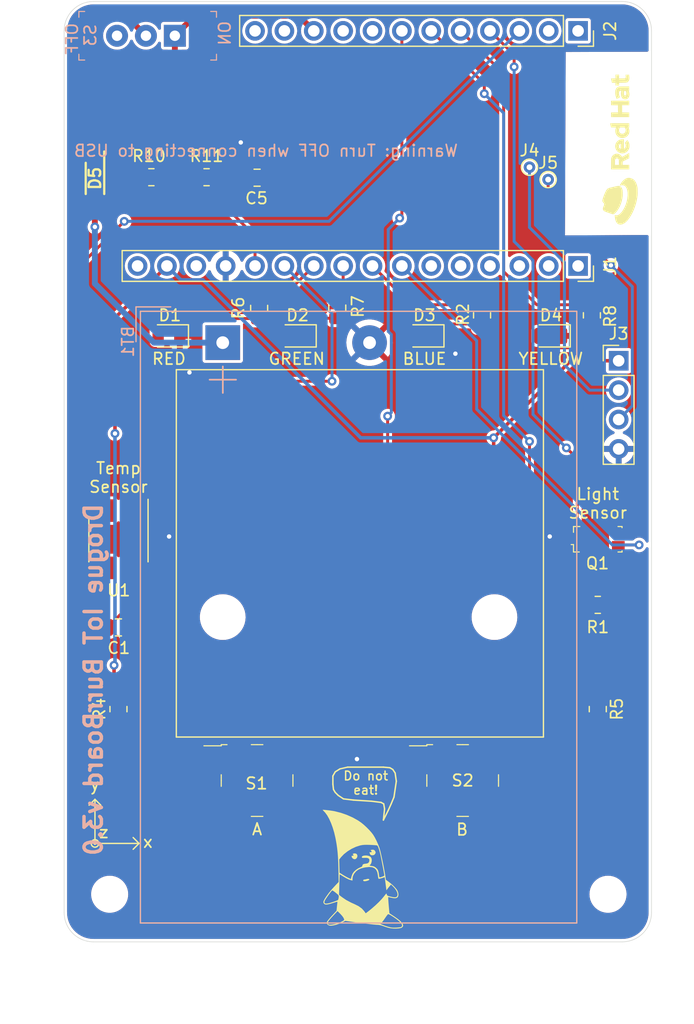
<source format=kicad_pcb>
(kicad_pcb (version 20211014) (generator pcbnew)
  (title_block (title "Drogue IoT BurrBoard") (date "2022-01-26") (rev "v3.0") (company "Red Hat") (comment 2 "https://apache.org/licenses/LICENSE-2.0") (comment 3 "License: Apache 2.0") (comment 4 "Author: Ulf Lilleengen"))
  (layers (0 "F.Cu" signal) (31 "B.Cu" signal) (34 "B.Paste" user) (35 "F.Paste" user) (36 "B.SilkS" user "B.Silkscreen") (37 "F.SilkS" user "F.Silkscreen") (38 "B.Mask" user) (39 "F.Mask" user) (44 "Edge.Cuts" user))
  (net 0 "")
  (net 1 "VDD")
  (net 2 "GND")
  (net 6 "/A1")
  (net 7 "/A0")
  (net 9 "/3V3")
  (net 11 "/F2")
  (net 12 "/F3")
  (net 13 "/VUSB")
  (net 17 "/F4")
  (net 28 "/A5")
  (net 29 "/A4")
  (net 30 "/A3")
  (net 31 "/A2")
  (net 32 "/F0")
  (net 33 "/F1")
  (net 35 "Net-(D1-Pad2)")
  (net 36 "Net-(D2-Pad2)")
  (net 37 "Net-(D3-Pad2)")
  (net 38 "Net-(D4-Pad2)")
  (net 40 "Net-(J3-Pad2)")
  (net 41 "Net-(J3-Pad3)")
  (net 42 "Net-(D5-Pad1)")
  (footprint "burrboard:Switch_Tactile_SMD_6x6mm_PTS645" (layer "F.Cu") (at 213.36 129.3622)
    (fp_text reference "S2" (at 0 0) (layer "F.SilkS"))
    (fp_text value "B")
    (pad "1" smd rect locked (at -3.975 -2.25) (size 1.55 1.3) (layers "F.Cu" "F.Paste" "F.Mask") (net 12 "/F3"))
    (pad "2" smd rect locked (at 3.975 -2.25) (size 1.55 1.3) (layers "F.Cu" "F.Paste" "F.Mask"))
    (pad "3" smd rect locked (at -3.975 2.25) (size 1.55 1.3) (layers "F.Cu" "F.Paste" "F.Mask"))
    (pad "4" smd rect locked (at 3.975 2.25) (size 1.55 1.3) (layers "F.Cu" "F.Paste" "F.Mask") (net 2 "GND"))
  )
  (footprint "burrboard:Phototransistor_SMD_4x2mm_TEMT6000X01" (layer "F.Cu") (at 225.044 108.5088 180)
    (fp_text reference "Q1" (at 0.0254 -2.0828) (layer "F.SilkS"))
    (fp_text value "TEMT6000X01")
    (pad "1" smd rect (at -1.775 0.55 180) (size 1.1 0.8) (layers "F.Cu" "F.Paste" "F.Mask"))
    (pad "2" smd rect (at -1.775 -0.55 180) (size 1.1 0.8) (layers "F.Cu" "F.Paste" "F.Mask") (net 28 "/A5"))
    (pad "3" smd rect (at 1.775 0 180) (size 1.1 0.8) (layers "F.Cu" "F.Paste" "F.Mask") (net 33 "/F1"))
  )
  (footprint "burrboard:Switch_Tactile_SMD_6x6mm_PTS645" (layer "F.Cu") (at 195.58 129.3622)
    (fp_text reference "S1" (at -0.0508 0.254) (layer "F.SilkS"))
    (fp_text value "A")
    (pad "1" smd rect locked (at -3.975 -2.25) (size 1.55 1.3) (layers "F.Cu" "F.Paste" "F.Mask") (net 17 "/F4"))
    (pad "2" smd rect locked (at 3.975 -2.25) (size 1.55 1.3) (layers "F.Cu" "F.Paste" "F.Mask"))
    (pad "3" smd rect locked (at -3.975 2.25) (size 1.55 1.3) (layers "F.Cu" "F.Paste" "F.Mask"))
    (pad "4" smd rect locked (at 3.975 2.25) (size 1.55 1.3) (layers "F.Cu" "F.Paste" "F.Mask") (net 2 "GND"))
  )
  (footprint "Connector_PinSocket_2.54mm:PinSocket_1x16_P2.54mm_Vertical" (layer "F.Cu") (at 223.3422 84.8868 -90)
    (fp_text reference "J1" (at 0 -2.77 90) (layer "F.SilkS"))
    (fp_text value "J1")
    (pad "1" thru_hole rect locked (at 0 0 270) (size 1.7 1.7) (drill 1) (layers *.Cu *.Mask))
    (pad "2" thru_hole oval locked (at 0 2.54 270) (size 1.7 1.7) (drill 1) (layers *.Cu *.Mask))
    (pad "3" thru_hole oval locked (at 0 5.08 270) (size 1.7 1.7) (drill 1) (layers *.Cu *.Mask))
    (pad "4" thru_hole oval locked (at 0 7.62 270) (size 1.7 1.7) (drill 1) (layers *.Cu *.Mask))
    (pad "5" thru_hole oval locked (at 0 10.16 270) (size 1.7 1.7) (drill 1) (layers *.Cu *.Mask))
    (pad "6" thru_hole oval locked (at 0 12.7 270) (size 1.7 1.7) (drill 1) (layers *.Cu *.Mask))
    (pad "7" thru_hole oval locked (at 0 15.24 270) (size 1.7 1.7) (drill 1) (layers *.Cu *.Mask) (net 28 "/A5"))
    (pad "8" thru_hole oval locked (at 0 17.78 270) (size 1.7 1.7) (drill 1) (layers *.Cu *.Mask) (net 29 "/A4"))
    (pad "9" thru_hole oval locked (at 0 20.32 270) (size 1.7 1.7) (drill 1) (layers *.Cu *.Mask) (net 30 "/A3"))
    (pad "10" thru_hole oval locked (at 0 22.86 270) (size 1.7 1.7) (drill 1) (layers *.Cu *.Mask) (net 31 "/A2"))
    (pad "11" thru_hole oval locked (at 0 25.4 270) (size 1.7 1.7) (drill 1) (layers *.Cu *.Mask) (net 6 "/A1"))
    (pad "12" thru_hole oval locked (at 0 27.94 270) (size 1.7 1.7) (drill 1) (layers *.Cu *.Mask) (net 7 "/A0"))
    (pad "13" thru_hole oval locked (at 0 30.48 270) (size 1.7 1.7) (drill 1) (layers *.Cu *.Mask) (net 2 "GND"))
    (pad "14" thru_hole oval locked (at 0 33.02 270) (size 1.7 1.7) (drill 1) (layers *.Cu *.Mask))
    (pad "15" thru_hole oval locked (at 0 35.56 270) (size 1.7 1.7) (drill 1) (layers *.Cu *.Mask) (net 9 "/3V3"))
    (pad "16" thru_hole oval locked (at 0 38.1 270) (size 1.7 1.7) (drill 1) (layers *.Cu *.Mask))
  )
  (footprint "Connector_PinSocket_2.54mm:PinSocket_1x12_P2.54mm_Vertical" (layer "F.Cu") (at 223.3422 64.5668 -90)
    (fp_text reference "J2" (at 0 -2.77 90) (layer "F.SilkS"))
    (fp_text value "J2")
    (pad "1" thru_hole rect locked (at 0 0 270) (size 1.7 1.7) (drill 1) (layers *.Cu *.Mask))
    (pad "2" thru_hole oval locked (at 0 2.54 270) (size 1.7 1.7) (drill 1) (layers *.Cu *.Mask))
    (pad "3" thru_hole oval locked (at 0 5.08 270) (size 1.7 1.7) (drill 1) (layers *.Cu *.Mask) (net 32 "/F0"))
    (pad "4" thru_hole oval locked (at 0 7.62 270) (size 1.7 1.7) (drill 1) (layers *.Cu *.Mask) (net 33 "/F1"))
    (pad "5" thru_hole oval locked (at 0 10.16 270) (size 1.7 1.7) (drill 1) (layers *.Cu *.Mask) (net 11 "/F2"))
    (pad "6" thru_hole oval locked (at 0 12.7 270) (size 1.7 1.7) (drill 1) (layers *.Cu *.Mask) (net 12 "/F3"))
    (pad "7" thru_hole oval locked (at 0 15.24 270) (size 1.7 1.7) (drill 1) (layers *.Cu *.Mask) (net 17 "/F4"))
    (pad "8" thru_hole oval locked (at 0 17.78 270) (size 1.7 1.7) (drill 1) (layers *.Cu *.Mask))
    (pad "9" thru_hole oval locked (at 0 20.32 270) (size 1.7 1.7) (drill 1) (layers *.Cu *.Mask))
    (pad "10" thru_hole oval locked (at 0 22.86 270) (size 1.7 1.7) (drill 1) (layers *.Cu *.Mask) (net 13 "/VUSB"))
    (pad "11" thru_hole oval locked (at 0 25.4 270) (size 1.7 1.7) (drill 1) (layers *.Cu *.Mask))
    (pad "12" thru_hole oval locked (at 0 27.94 270) (size 1.7 1.7) (drill 1) (layers *.Cu *.Mask))
  )
  (footprint "LED_SMD:LED_0805_2012Metric" (layer "F.Cu") (at 199.009 90.932 180)
    (fp_text reference "D2" (at -0.0762 1.778 180) (layer "F.SilkS"))
    (fp_text value "GREEN")
    (pad "1" smd roundrect locked (at -0.9375 0 180) (size 0.975 1.4) (layers "F.Cu" "F.Paste" "F.Mask") (net 2 "GND"))
    (pad "2" smd roundrect locked (at 0.9375 0 180) (size 0.975 1.4) (layers "F.Cu" "F.Paste" "F.Mask") (net 36 "Net-(D2-Pad2)"))
  )
  (footprint "LED_SMD:LED_0805_2012Metric" (layer "F.Cu") (at 220.98 90.932 180)
    (fp_text reference "D4" (at -0.0254 1.778 180) (layer "F.SilkS"))
    (fp_text value "YELLOW")
    (pad "1" smd roundrect locked (at -0.9375 0 180) (size 0.975 1.4) (layers "F.Cu" "F.Paste" "F.Mask") (net 2 "GND"))
    (pad "2" smd roundrect locked (at 0.9375 0 180) (size 0.975 1.4) (layers "F.Cu" "F.Paste" "F.Mask") (net 38 "Net-(D4-Pad2)"))
  )
  (footprint "Resistor_SMD:R_0805_2012Metric" (layer "F.Cu") (at 183.5912 123.19 90)
    (fp_text reference "R4" (at 0 -1.65 90) (layer "F.SilkS"))
    (fp_text value "10k")
    (pad "1" smd roundrect locked (at -0.9125 0 90) (size 1.025 1.4) (layers "F.Cu" "F.Paste" "F.Mask") (roundrect_rratio 0.243902439) (net 17 "/F4"))
    (pad "2" smd roundrect locked (at 0.9125 0 90) (size 1.025 1.4) (layers "F.Cu" "F.Paste" "F.Mask") (roundrect_rratio 0.243902439) (net 9 "/3V3"))
  )
  (footprint "Resistor_SMD:R_0805_2012Metric" (layer "F.Cu") (at 224.536 89.154 90)
    (fp_text reference "R8" (at -0.0762 1.5748 90) (layer "F.SilkS"))
    (fp_text value "1.5k")
    (pad "1" smd roundrect locked (at -0.9125 0 90) (size 1.025 1.4) (layers "F.Cu" "F.Paste" "F.Mask") (roundrect_rratio 0.243902439) (net 38 "Net-(D4-Pad2)"))
    (pad "2" smd roundrect locked (at 0.9125 0 90) (size 1.025 1.4) (layers "F.Cu" "F.Paste" "F.Mask") (roundrect_rratio 0.243902439) (net 11 "/F2"))
  )
  (footprint "burrboard:redhat" (layer "F.Cu") (at 226.97 74.83 90)
    (fp_text reference "G***" hide)
    (fp_text value "LOGO" hide)
  )
  (footprint "Resistor_SMD:R_0805_2012Metric" (layer "F.Cu") (at 202.5142 88.4936 90)
    (fp_text reference "R7" (at 0.1016 1.778 90) (layer "F.SilkS"))
    (fp_text value "1.5k")
    (pad "1" smd roundrect locked (at -0.9125 0 90) (size 1.025 1.4) (layers "F.Cu" "F.Paste" "F.Mask") (roundrect_rratio 0.243902439) (net 36 "Net-(D2-Pad2)"))
    (pad "2" smd roundrect locked (at 0.9125 0 90) (size 1.025 1.4) (layers "F.Cu" "F.Paste" "F.Mask") (roundrect_rratio 0.243902439) (net 30 "/A3"))
  )
  (footprint "Resistor_SMD:R_0805_2012Metric" (layer "F.Cu") (at 225.044 114.18 180)
    (fp_text reference "R1" (at 0 -1.9304) (layer "F.SilkS"))
    (fp_text value "10k")
    (pad "1" smd roundrect locked (at -0.9125 0 180) (size 1.025 1.4) (layers "F.Cu" "F.Paste" "F.Mask") (roundrect_rratio 0.243902439) (net 28 "/A5"))
    (pad "2" smd roundrect locked (at 0.9125 0 180) (size 1.025 1.4) (layers "F.Cu" "F.Paste" "F.Mask") (roundrect_rratio 0.243902439) (net 2 "GND"))
  )
  (footprint "Resistor_SMD:R_0805_2012Metric" (layer "F.Cu") (at 225.044 123.19 -90)
    (fp_text reference "R5" (at 0 -1.65 90) (layer "F.SilkS"))
    (fp_text value "10k")
    (pad "1" smd roundrect locked (at -0.9125 0 270) (size 1.025 1.4) (layers "F.Cu" "F.Paste" "F.Mask") (roundrect_rratio 0.243902439) (net 12 "/F3"))
    (pad "2" smd roundrect locked (at 0.9125 0 270) (size 1.025 1.4) (layers "F.Cu" "F.Paste" "F.Mask") (roundrect_rratio 0.243902439) (net 9 "/3V3"))
  )
  (footprint "Package_SO:SOIC-8_3.9x4.9mm_P1.27mm" (layer "F.Cu") (at 183.5912 108.5088 -90)
    (fp_text reference "U1" (at 4.4196 -0.0254) (layer "F.SilkS"))
    (fp_text value "TMP36")
    (pad "1" smd roundrect locked (at -2.475 -1.905 270) (size 1.95 0.6) (layers "F.Cu" "F.Paste" "F.Mask") (net 6 "/A1"))
    (pad "2" smd roundrect locked (at -2.475 -0.635 270) (size 1.95 0.6) (layers "F.Cu" "F.Paste" "F.Mask"))
    (pad "3" smd roundrect locked (at -2.475 0.635 270) (size 1.95 0.6) (layers "F.Cu" "F.Paste" "F.Mask"))
    (pad "4" smd roundrect locked (at -2.475 1.905 270) (size 1.95 0.6) (layers "F.Cu" "F.Paste" "F.Mask") (net 2 "GND"))
    (pad "5" smd roundrect locked (at 2.475 1.905 270) (size 1.95 0.6) (layers "F.Cu" "F.Paste" "F.Mask") (net 32 "/F0"))
    (pad "6" smd roundrect locked (at 2.475 0.635 270) (size 1.95 0.6) (layers "F.Cu" "F.Paste" "F.Mask"))
    (pad "7" smd roundrect locked (at 2.475 -0.635 270) (size 1.95 0.6) (layers "F.Cu" "F.Paste" "F.Mask"))
    (pad "8" smd roundrect locked (at 2.475 -1.905 270) (size 1.95 0.6) (layers "F.Cu" "F.Paste" "F.Mask") (net 32 "/F0"))
  )
  (footprint "Capacitor_SMD:C_0805_2012Metric" (layer "F.Cu") (at 183.5912 116.1288)
    (fp_text reference "C1" (at 0.0293 1.778) (layer "F.SilkS"))
    (fp_text value "100n")
    (pad "1" smd roundrect locked (at -0.95 0) (size 1 1.45) (layers "F.Cu" "F.Paste" "F.Mask") (net 32 "/F0"))
    (pad "2" smd roundrect locked (at 0.95 0) (size 1 1.45) (layers "F.Cu" "F.Paste" "F.Mask") (net 2 "GND"))
  )
  (footprint "Resistor_SMD:R_0805_2012Metric" (layer "F.Cu") (at 195.7578 88.519 90)
    (fp_text reference "R6" (at 0 -1.8053 90) (layer "F.SilkS"))
    (fp_text value "1.5k")
    (pad "1" smd roundrect locked (at -0.9125 0 90) (size 1.025 1.4) (layers "F.Cu" "F.Paste" "F.Mask") (roundrect_rratio 0.243902439) (net 35 "Net-(D1-Pad2)"))
    (pad "2" smd roundrect locked (at 0.9125 0 90) (size 1.025 1.4) (layers "F.Cu" "F.Paste" "F.Mask") (roundrect_rratio 0.243902439) (net 31 "/A2"))
  )
  (footprint "LED_SMD:LED_0805_2012Metric" (layer "F.Cu") (at 187.96 90.932 180)
    (fp_text reference "D1" (at -0.0762 1.778 180) (layer "F.SilkS"))
    (fp_text value "RED")
    (pad "1" smd roundrect locked (at -0.9375 0 180) (size 0.975 1.4) (layers "F.Cu" "F.Paste" "F.Mask") (net 2 "GND"))
    (pad "2" smd roundrect locked (at 0.9375 0 180) (size 0.975 1.4) (layers "F.Cu" "F.Paste" "F.Mask") (net 35 "Net-(D1-Pad2)"))
  )
  (footprint "Resistor_SMD:R_0805_2012Metric" (layer "F.Cu") (at 215.0364 89.154 90)
    (fp_text reference "R2" (at 0.0762 -1.65 90) (layer "F.SilkS"))
    (fp_text value "1.5k")
    (pad "1" smd roundrect locked (at -0.9125 0 90) (size 1.025 1.4) (layers "F.Cu" "F.Paste" "F.Mask") (roundrect_rratio 0.243902439) (net 37 "Net-(D3-Pad2)"))
    (pad "2" smd roundrect locked (at 0.9125 0 90) (size 1.025 1.4) (layers "F.Cu" "F.Paste" "F.Mask") (roundrect_rratio 0.243902439) (net 29 "/A4"))
  )
  (footprint "LED_SMD:LED_0805_2012Metric" (layer "F.Cu") (at 210.058 90.932 180)
    (fp_text reference "D3" (at 0 1.778 180) (layer "F.SilkS"))
    (fp_text value "BLUE")
    (pad "1" smd roundrect locked (at -0.9375 0 180) (size 0.975 1.4) (layers "F.Cu" "F.Paste" "F.Mask") (net 2 "GND"))
    (pad "2" smd roundrect locked (at 0.9375 0 180) (size 0.975 1.4) (layers "F.Cu" "F.Paste" "F.Mask") (net 37 "Net-(D3-Pad2)"))
  )
  (footprint "Resistor_SMD:R_0805_2012Metric" (layer "F.Cu") (at 191.2112 77.216 180)
    (fp_text reference "R11" (at 0 1.8288) (layer "F.SilkS"))
    (fp_text value "1.3M")
    (pad "1" smd roundrect locked (at -0.9125 0 180) (size 1.025 1.4) (layers "F.Cu" "F.Paste" "F.Mask") (roundrect_rratio 0.243902439) (net 2 "GND"))
    (pad "2" smd roundrect locked (at 0.9125 0 180) (size 1.025 1.4) (layers "F.Cu" "F.Paste" "F.Mask") (roundrect_rratio 0.243902439) (net 7 "/A0"))
  )
  (footprint "schottky2:SOD3716X135N" (layer "F.Cu") (at 181.56 77.32 -90)
    (fp_text reference "D5" (at 0 0 -90) (layer "F.SilkS") (effects (font (thickness 0.2))))
    (fp_text value "NRVB0540T3G" hide)
    (pad "1" smd rect (at -1.75 0) (size 0.8 1.15) (layers "F.Cu" "F.Paste" "F.Mask") (net 42 "Net-(D5-Pad1)"))
    (pad "2" smd rect (at 1.75 0) (size 0.8 1.15) (layers "F.Cu" "F.Paste" "F.Mask") (net 1 "VDD"))
  )
  (footprint "TestPoint:TestPoint_THTPad_D1.0mm_Drill0.5mm" (layer "F.Cu") (at 220.7514 77.4192)
    (fp_text reference "J5" (at 0 -1.448) (layer "F.SilkS"))
    (fp_text value "SWDIO")
    (pad "1" thru_hole circle locked (at 0 0) (size 1 1) (drill 0.5) (layers *.Cu *.Mask) (net 41 "Net-(J3-Pad3)"))
  )
  (footprint "Resistor_SMD:R_0805_2012Metric" (layer "F.Cu") (at 186.436 77.216)
    (fp_text reference "R10" (at -0.2032 -1.8288) (layer "F.SilkS"))
    (fp_text value "800k")
    (pad "1" smd roundrect locked (at -0.9125 0) (size 1.025 1.4) (layers "F.Cu" "F.Paste" "F.Mask") (roundrect_rratio 0.243902439) (net 7 "/A0"))
    (pad "2" smd roundrect locked (at 0.9125 0) (size 1.025 1.4) (layers "F.Cu" "F.Paste" "F.Mask") (roundrect_rratio 0.243902439) (net 13 "/VUSB"))
  )
  (footprint "Capacitor_SMD:C_0805_2012Metric" (layer "F.Cu") (at 195.58 77.26)
    (fp_text reference "C5" (at -0.0508 1.778) (layer "F.SilkS"))
    (fp_text value "10nF")
    (pad "1" smd roundrect locked (at -0.95 0) (size 1 1.45) (layers "F.Cu" "F.Paste" "F.Mask") (net 7 "/A0"))
    (pad "2" smd roundrect locked (at 0.95 0) (size 1 1.45) (layers "F.Cu" "F.Paste" "F.Mask") (net 2 "GND"))
  )
  (footprint "MountingHole:MountingHole_2.7mm_M2.5" (layer "F.Cu") (at 182.83 139.192)
    (fp_text reference "REF**" hide)
    (fp_text value "MountingHole_2.7mm_M2.5")
    (pad "" np_thru_hole circle locked (at 0 0) (size 2.7 2.7) (drill 2.7) (layers *.Cu *.Mask))
  )
  (footprint "Connector_PinHeader_2.54mm:PinHeader_1x04_P2.54mm_Vertical" (layer "F.Cu") (at 226.85 93.08)
    (fp_text reference "J3" (at 0 -2.33) (layer "F.SilkS"))
    (fp_text value "SWD")
    (pad "1" thru_hole rect locked (at 0 0) (size 1.7 1.7) (drill 1) (layers *.Cu *.Mask) (net 9 "/3V3"))
    (pad "2" thru_hole oval locked (at 0 2.54) (size 1.7 1.7) (drill 1) (layers *.Cu *.Mask) (net 40 "Net-(J3-Pad2)"))
    (pad "3" thru_hole oval locked (at 0 5.08) (size 1.7 1.7) (drill 1) (layers *.Cu *.Mask) (net 41 "Net-(J3-Pad3)"))
    (pad "4" thru_hole oval locked (at 0 7.62) (size 1.7 1.7) (drill 1) (layers *.Cu *.Mask) (net 2 "GND"))
  )
  (footprint "MountingHole:MountingHole_2.7mm_M2.5" (layer "F.Cu") (at 225.93 139.192)
    (fp_text reference "REF**" hide)
    (fp_text value "MountingHole_2.7mm_M2.5")
    (pad "" np_thru_hole circle locked (at 0 0) (size 2.7 2.7) (drill 2.7) (layers *.Cu *.Mask))
  )
  (footprint "burrboard:rodney" (layer "F.Cu") (at 204.6672 137.084)
    (fp_text reference "" hide)
    (fp_text value "LOGO" hide)
  )
  (footprint "TestPoint:TestPoint_THTPad_D1.0mm_Drill0.5mm" (layer "F.Cu") (at 219.1385 76.3524)
    (fp_text reference "J4" (at 0 -1.448) (layer "F.SilkS"))
    (fp_text value "SWDCLK")
    (pad "1" thru_hole circle locked (at 0 0) (size 1 1) (drill 0.5) (layers *.Cu *.Mask) (net 40 "Net-(J3-Pad2)"))
  )
  (footprint "Battery:BatteryHolder_Keystone_2479_3xAAA" (layer "B.Cu") (at 192.6082 91.5162 -90)
    (fp_text reference "BT1" (at -0.09 8.195 90) (layer "B.SilkS") (effects (justify mirror)))
    (fp_text value "Battery")
    (fp_text user "+" (at 3.2004 0.2286 90) (layer "B.SilkS") (effects (font (size 3 3)) (justify mirror)))
    (pad "" np_thru_hole circle locked (at 23.72 -23.5 270) (size 3.45 3.45) (drill 3.45) (layers *.Cu *.Mask))
    (pad "" np_thru_hole circle locked (at 23.72 0 270) (size 3.45 3.45) (drill 3.45) (layers *.Cu *.Mask))
    (pad "1" thru_hole rect locked (at 0 0 270) (size 3 3) (drill 1.1) (layers *.Cu *.Mask) (net 1 "VDD"))
    (pad "2" thru_hole circle locked (at 0 -12.7 270) (size 3 3) (drill 1.1) (layers *.Cu *.Mask) (net 2 "GND"))
  )
  (footprint "burrboard:Switch_Slide_11.6x4mm_EG1218" (layer "B.Cu") (at 188.468 64.99 180)
    (fp_text reference "S3" (at 7.3076 0.0508 90) (layer "B.SilkS") (effects (justify mirror)))
    (fp_text value "EG1218")
    (pad "1" thru_hole rect (at 0 0 180) (size 1.9 1.9) (drill 0.9) (layers *.Cu *.Mask) (net 13 "/VUSB"))
    (pad "2" thru_hole circle (at 2.5 0 180) (size 1.9 1.9) (drill 0.9) (layers *.Cu *.Mask) (net 42 "Net-(D5-Pad1)"))
    (pad "3" thru_hole circle (at 5 0 180) (size 1.9 1.9) (drill 0.9) (layers *.Cu *.Mask))
  )
  (gr_line (start 207.52 128.713) (end 207.6216 129.4242) (layer "F.SilkS") (width 0.127))
  (gr_line (start 220.345 125.603) (end 188.595 125.603) (layer "F.SilkS") (width 0.12))
  (gr_line (start 205.488 131.1514) (end 203.9132 131.0498) (layer "F.SilkS") (width 0.127))
  (gr_line (start 202.1352 128.967) (end 202.3384 128.6114) (layer "F.SilkS") (width 0.127))
  (gr_line (start 203.4052 128.205) (end 206.504 128.205) (layer "F.SilkS") (width 0.127))
  (gr_line (start 202.3384 130.3894) (end 202.186 130.1354) (layer "F.SilkS") (width 0.127))
  (gr_line (start 181.5592 130.9878) (end 182.0672 131.4958) (layer "F.SilkS") (width 0.12))
  (gr_line (start 207.6216 129.4242) (end 207.4184 130.7958) (layer "F.SilkS") (width 0.127))
  (gr_line (start 188.595 125.603) (end 188.595 93.853) (layer "F.SilkS") (width 0.12))
  (gr_line (start 206.504 132.777) (end 206.9104 131.9642) (layer "F.SilkS") (width 0.127))
  (gr_line (start 202.1352 129.6782) (end 202.1352 128.967) (layer "F.SilkS") (width 0.127))
  (gr_line (start 206.504 128.205) (end 207.0628 128.2558) (layer "F.SilkS") (width 0.127))
  (gr_line (start 206.3008 131.253) (end 205.488 131.1514) (layer "F.SilkS") (width 0.127))
  (gr_line (start 203.9132 131.0498) (end 203.0496 130.9482) (layer "F.SilkS") (width 0.127))
  (gr_line (start 202.5924 130.6434) (end 202.3384 130.3894) (layer "F.SilkS") (width 0.127))
  (gr_circle (center 181.5592 134.7978) (end 181.61 134.8486) (layer "F.SilkS") (width 0.12) (fill none))
  (gr_line (start 207.0628 128.2558) (end 207.3168 128.4082) (layer "F.SilkS") (width 0.127))
  (gr_line (start 181.5592 130.9878) (end 181.5592 134.7978) (layer "F.SilkS") (width 0.12))
  (gr_line (start 206.5294 131.38) (end 206.3008 131.253) (layer "F.SilkS") (width 0.127))
  (gr_line (start 206.504 132.777) (end 206.6056 131.8118) (layer "F.SilkS") (width 0.127))
  (gr_line (start 185.3692 134.7978) (end 184.8612 135.3058) (layer "F.SilkS") (width 0.12))
  (gr_line (start 188.595 93.853) (end 220.345 93.853) (layer "F.SilkS") (width 0.12))
  (gr_circle (center 181.5592 134.7978) (end 181.884479 134.7978) (layer "F.SilkS") (width 0.12) (fill none))
  (gr_line (start 203.0496 130.9482) (end 202.5924 130.6434) (layer "F.SilkS") (width 0.127))
  (gr_line (start 206.6056 131.8118) (end 206.5294 131.38) (layer "F.SilkS") (width 0.127))
  (gr_line (start 207.3168 128.4082) (end 207.52 128.713) (layer "F.SilkS") (width 0.127))
  (gr_line (start 185.3692 134.7978) (end 181.5592 134.7978) (layer "F.SilkS") (width 0.12))
  (gr_line (start 202.7448 128.3574) (end 203.4052 128.205) (layer "F.SilkS") (width 0.12))
  (gr_line (start 207.4184 130.7958) (end 207.1644 131.4054) (layer "F.SilkS") (width 0.127))
  (gr_line (start 202.186 130.1354) (end 202.1352 129.6782) (layer "F.SilkS") (width 0.127))
  (gr_line (start 220.345 93.853) (end 220.345 125.603) (layer "F.SilkS") (width 0.12))
  (gr_line (start 181.5592 130.9878) (end 181.0512 131.4958) (layer "F.SilkS") (width 0.12))
  (gr_line (start 202.3384 128.6114) (end 202.7448 128.3574) (layer "F.SilkS") (width 0.127))
  (gr_line (start 207.1644 131.4054) (end 206.9104 131.9642) (layer "F.SilkS") (width 0.127))
  (gr_line (start 185.3692 134.7978) (end 184.8612 134.2898) (layer "F.SilkS") (width 0.12))
  (gr_line (start 178.8922 64.5668) (end 178.8922 140.7668) (layer "Edge.Cuts") (width 0.05))
  (gr_arc (start 227.1522 62.0268) (mid 228.948251 62.770749) (end 229.6922 64.5668) (layer "Edge.Cuts") (width 0.05))
  (gr_line (start 181.4322 143.3068) (end 227.1522 143.3068) (layer "Edge.Cuts") (width 0.05))
  (gr_arc (start 229.6922 140.7668) (mid 228.948251 142.562851) (end 227.1522 143.3068) (layer "Edge.Cuts") (width 0.05))
  (gr_line (start 227.1522 62.0268) (end 181.4322 62.0268) (layer "Edge.Cuts") (width 0.05))
  (gr_arc (start 181.4322 143.3068) (mid 179.636149 142.562851) (end 178.8922 140.7668) (layer "Edge.Cuts") (width 0.05))
  (gr_arc (start 178.8922 64.5668) (mid 179.636149 62.770749) (end 181.4322 62.0268) (layer "Edge.Cuts") (width 0.05))
  (gr_line (start 229.6922 140.7668) (end 229.6922 64.5668) (layer "Edge.Cuts") (width 0.05))
  (gr_text "ON" (at 192.786 64.77 90) (layer "B.SilkS") (effects (font (size 1 1)) (justify mirror)))
  (gr_text "Warning: Turn OFF when connecting to USB" (at 196.342 74.93) (layer "B.SilkS") (effects (font (size 1 1)) (justify mirror)))
  (gr_text "Drogue IoT BurrBoard v3.0\n" (at 181.4322 120.65 90) (layer "B.SilkS") (effects (font (size 1.5 1.5) (thickness 0.3)) (justify mirror)))
  (gr_text "OFF" (at 179.578 65.278 90) (layer "B.SilkS") (effects (font (size 1 1)) (justify mirror)))
  (gr_text "Light\nSensor" (at 225.044 105.41) (layer "F.SilkS") (effects (font (size 1 1))))
  (gr_text "A" (at 195.58 133.5786) (layer "F.SilkS") (effects (font (size 1 1))))
  (gr_text "RED" (at 187.96 92.9132) (layer "F.SilkS") (effects (font (size 1 1))))
  (gr_text "Do not\neat!" (at 204.98 129.5766) (layer "F.SilkS") (effects (font (size 0.762 0.762) (thickness 0.127))))
  (gr_text "B" (at 213.3092 133.604) (layer "F.SilkS") (effects (font (size 1 1))))
  (gr_text "GREEN" (at 199.009 92.9132) (layer "F.SilkS") (effects (font (size 1 1))))
  (gr_text "YELLOW" (at 220.98 92.9132) (layer "F.SilkS") (effects (font (size 1 1))))
  (gr_text "Temp\nSensor" (at 183.5912 103.1748) (layer "F.SilkS") (effects (font (size 1 1))))
  (gr_text "BLUE" (at 210.058 92.9132) (layer "F.SilkS") (effects (font (size 1 1))))
  (gr_text "x" (at 186.1312 134.6708) (layer "F.SilkS") (effects (font (size 1 1))))
  (gr_text "y" (at 181.5592 129.7178) (layer "F.SilkS") (effects (font (size 1 1))))
  (gr_text "z" (at 182.3212 133.8326) (layer "F.SilkS") (effects (font (size 1 1))))
  (segment (start 181.55 79.08) (end 181.56 79.07) (width 0.508) (layer "F.Cu") (net 1))
  (segment (start 181.55 81.51) (end 181.55 79.08) (width 0.508) (layer "F.Cu") (net 1))
  (via (at 181.55 81.51) (size 0.762) (drill 0.381) (layers "F.Cu" "B.Cu") (net 1))
  (segment (start 181.55 86.41) (end 181.55 81.51) (width 0.508) (layer "B.Cu") (net 1))
  (segment (start 186.6562 91.5162) (end 181.57 86.43) (width 0.508) (layer "B.Cu") (net 1))
  (segment (start 192.6082 91.5162) (end 186.6562 91.5162) (width 0.508) (layer "B.Cu") (net 1))
  (segment (start 181.57 86.43) (end 181.55 86.41) (width 0.508) (layer "B.Cu") (net 1))
  (via (at 220.89 108.27) (size 0.762) (drill 0.381) (layers "F.Cu" "B.Cu") (net 2))
  (via (at 194.17 74.21) (size 0.762) (drill 0.381) (layers "F.Cu" "B.Cu") (net 2))
  (via (at 204.216 127.508) (size 0.762) (drill 0.381) (layers "F.Cu" "B.Cu") (net 2))
  (via (at 212.73 92.47) (size 0.762) (drill 0.381) (layers "F.Cu" "B.Cu") (net 2))
  (via (at 189.73 94.09) (size 0.762) (drill 0.381) (layers "F.Cu" "B.Cu") (net 2))
  (via (at 187.97 108.27) (size 0.762) (drill 0.381) (layers "F.Cu" "B.Cu") (net 2))
  (segment (start 202.06 94.85) (end 196.68 94.85) (width 0.254) (layer "F.Cu") (net 6))
  (segment (start 196.68 94.85) (end 185.4962 106.0338) (width 0.254) (layer "F.Cu") (net 6))
  (via (at 202.06 94.85) (size 0.762) (drill 0.381) (layers "F.Cu" "B.Cu") (net 6))
  (segment (start 197.9422 84.8868) (end 202.06 89.0046) (width 0.254) (layer "B.Cu") (net 6))
  (segment (start 202.06 89.0046) (end 202.06 94.85) (width 0.254) (layer "B.Cu") (net 6))
  (segment (start 190.2987 77.216) (end 189.26898 78.24572) (width 0.254) (layer "F.Cu") (net 7))
  (segment (start 186.55322 78.24572) (end 185.5235 77.216) (width 0.254) (layer "F.Cu") (net 7))
  (segment (start 195.4022 82.3195) (end 190.2987 77.216) (width 0.254) (layer "F.Cu") (net 7))
  (segment (start 191.5847 75.93) (end 193.3 75.93) (width 0.254) (layer "F.Cu") (net 7))
  (segment (start 189.26898 78.24572) (end 186.55322 78.24572) (width 0.254) (layer "F.Cu") (net 7))
  (segment (start 193.3 75.93) (end 194.63 77.26) (width 0.254) (layer "F.Cu") (net 7))
  (segment (start 195.4022 84.8868) (end 195.4022 82.3195) (width 0.254) (layer "F.Cu") (net 7))
  (segment (start 190.2987 77.216) (end 191.5847 75.93) (width 0.254) (layer "F.Cu") (net 7))
  (segment (start 211.66 106.13) (end 216.04 101.75) (width 0.3048) (layer "F.Cu") (net 9))
  (segment (start 225.044 124.1025) (end 219.0425 124.1025) (width 0.3048) (layer "F.Cu") (net 9))
  (segment (start 216.04 99.74) (end 222.7 93.08) (width 0.3048) (layer "F.Cu") (net 9))
  (segment (start 183.21 119.4) (end 183.21 121.8963) (width 0.3048) (layer "F.Cu") (net 9))
  (segment (start 183.29 89.379) (end 183.29 99.37) (width 0.3048) (layer "F.Cu") (net 9))
  (segment (start 222.7 93.08) (end 226.85 93.08) (width 0.3048) (layer "F.Cu") (net 9))
  (segment (start 211.66 116.72) (end 211.66 106.13) (width 0.3048) (layer "F.Cu") (net 9))
  (segment (start 219.0425 124.1025) (end 211.66 116.72) (width 0.3048) (layer "F.Cu") (net 9))
  (segment (start 187.7822 84.8868) (end 183.29 89.379) (width 0.3048) (layer "F.Cu") (net 9))
  (segment (start 183.21 121.8963) (end 183.5912 122.2775) (width 0.3048) (layer "F.Cu") (net 9))
  (segment (start 216.04 101.75) (end 216.04 99.74) (width 0.3048) (layer "F.Cu") (net 9))
  (via (at 183.29 99.37) (size 0.762) (drill 0.381) (layers "F.Cu" "B.Cu") (net 9))
  (via (at 216.04 99.74) (size 0.762) (drill 0.381) (layers "F.Cu" "B.Cu") (net 9))
  (via (at 183.21 119.4) (size 0.762) (drill 0.381) (layers "F.Cu" "B.Cu") (net 9))
  (segment (start 183.29 119.32) (end 183.21 119.4) (width 0.3048) (layer "B.Cu") (net 9))
  (segment (start 188.987311 86.091911) (end 190.894133 86.091911) (width 0.3048) (layer "B.Cu") (net 9))
  (segment (start 190.894133 86.091911) (end 204.542222 99.74) (width 0.3048) (layer "B.Cu") (net 9))
  (segment (start 187.7822 84.8868) (end 188.987311 86.091911) (width 0.3048) (layer "B.Cu") (net 9))
  (segment (start 183.29 99.37) (end 183.29 119.32) (width 0.3048) (layer "B.Cu") (net 9))
  (segment (start 204.542222 99.74) (end 216.04 99.74) (width 0.3048) (layer "B.Cu") (net 9))
  (segment (start 224.536 88.2415) (end 219.767958 88.2415) (width 0.254) (layer "F.Cu") (net 11))
  (segment (start 219.767958 88.2415) (end 216.901911 85.375453) (width 0.254) (layer "F.Cu") (net 11))
  (segment (start 216.901911 68.286511) (end 213.1822 64.5668) (width 0.254) (layer "F.Cu") (net 11))
  (segment (start 216.901911 85.375453) (end 216.901911 68.286511) (width 0.254) (layer "F.Cu") (net 11))
  (segment (start 226.07372 124.64628) (end 222.59 128.13) (width 0.254) (layer "F.Cu") (net 12))
  (segment (start 210.4028 128.13) (end 209.385 127.1122) (width 0.254) (layer "F.Cu") (net 12))
  (segment (start 210.6422 64.5668) (end 215.23 69.1546) (width 0.254) (layer "F.Cu") (net 12))
  (segment (start 222.59 128.13) (end 210.4028 128.13) (width 0.254) (layer "F.Cu") (net 12))
  (segment (start 219.14 100.05) (end 219.14 116.3735) (width 0.254) (layer "F.Cu") (net 12))
  (segment (start 215.23 69.1546) (end 215.23 70) (width 0.254) (layer "F.Cu") (net 12))
  (segment (start 226.07372 123.30722) (end 226.07372 124.64628) (width 0.254) (layer "F.Cu") (net 12))
  (segment (start 219.14 116.3735) (end 225.044 122.2775) (width 0.254) (layer "F.Cu") (net 12))
  (segment (start 225.044 122.2775) (end 226.07372 123.30722) (width 0.254) (layer "F.Cu") (net 12))
  (via (at 219.14 100.05) (size 0.762) (drill 0.381) (layers "F.Cu" "B.Cu") (net 12))
  (via (at 215.23 70) (size 0.762) (drill 0.381) (layers "F.Cu" "B.Cu") (net 12))
  (segment (start 216.901911 71.671911) (end 216.901911 97.811911) (width 0.254) (layer "B.Cu") (net 12))
  (segment (start 215.23 70) (end 216.901911 71.671911) (width 0.254) (layer "B.Cu") (net 12))
  (segment (start 216.901911 97.811911) (end 219.14 100.05) (width 0.254) (layer "B.Cu") (net 12))
  (segment (start 188.468 76.0965) (end 187.3485 77.216) (width 0.508) (layer "F.Cu") (net 13))
  (segment (start 188.468 64.99) (end 190.197911 63.260089) (width 0.508) (layer "F.Cu") (net 13))
  (segment (start 199.175489 63.260089) (end 200.4822 64.5668) (width 0.508) (layer "F.Cu") (net 13))
  (segment (start 190.197911 63.260089) (end 199.175489 63.260089) (width 0.508) (layer "F.Cu") (net 13))
  (segment (start 188.468 64.99) (end 188.468 76.0965) (width 0.508) (layer "F.Cu") (net 13))
  (segment (start 191.605 127.1122) (end 206.87 111.8472) (width 0.254) (layer "F.Cu") (net 17))
  (segment (start 208.1022 64.5668) (end 208.1022 80.5578) (width 0.254) (layer "F.Cu") (net 17))
  (segment (start 208.1022 80.5578) (end 207.91 80.75) (width 0.254) (layer "F.Cu") (net 17))
  (segment (start 191.605 127.1122) (end 186.6009 127.1122) (width 0.254) (layer "F.Cu") (net 17))
  (segment (start 186.6009 127.1122) (end 183.5912 124.1025) (width 0.254) (layer "F.Cu") (net 17))
  (segment (start 206.87 111.8472) (end 206.87 97.87) (width 0.254) (layer "F.Cu") (net 17))
  (via (at 207.91 80.75) (size 0.762) (drill 0.381) (layers "F.Cu" "B.Cu") (net 17))
  (via (at 206.87 97.87) (size 0.762) (drill 0.381) (layers "F.Cu" "B.Cu") (net 17))
  (segment (start 207.91 80.75) (end 206.922489 81.737511) (width 0.254) (layer "B.Cu") (net 17))
  (segment (start 206.922489 90.542886) (end 207.19 90.810397) (width 0.254) (layer "B.Cu") (net 17))
  (segment (start 207.19 97.55) (end 206.87 97.87) (width 0.254) (layer "B.Cu") (net 17))
  (segment (start 207.19 90.810397) (end 207.19 97.55) (width 0.254) (layer "B.Cu") (net 17))
  (segment (start 206.922489 81.737511) (end 206.922489 90.542886) (width 0.254) (layer "B.Cu") (net 17))
  (segment (start 226.819 113.3175) (end 225.9565 114.18) (width 0.254) (layer "F.Cu") (net 28))
  (segment (start 226.8778 109) (end 226.819 109.0588) (width 0.254) (layer "F.Cu") (net 28))
  (segment (start 226.819 109.0588) (end 226.819 113.3175) (width 0.254) (layer "F.Cu") (net 28))
  (segment (start 228.62 109) (end 226.8778 109) (width 0.254) (layer "F.Cu") (net 28))
  (via (at 228.62 109) (size 0.762) (drill 0.381) (layers "F.Cu" "B.Cu") (net 28))
  (segment (start 214.57 91.3546) (end 208.1022 84.8868) (width 0.254) (layer "B.Cu") (net 28))
  (segment (start 214.57 93.45) (end 214.57 97.264902) (width 0.254) (layer "B.Cu") (net 28))
  (segment (start 214.57 93.45) (end 214.57 91.3546) (width 0.254) (layer "B.Cu") (net 28))
  (segment (start 225.207549 107.902451) (end 226.305098 109) (width 0.254) (layer "B.Cu") (net 28))
  (segment (start 214.57 97.264902) (end 225.207549 107.902451) (width 0.254) (layer "B.Cu") (net 28))
  (segment (start 226.305098 109) (end 228.62 109) (width 0.254) (layer "B.Cu") (net 28))
  (segment (start 215.0364 88.2415) (end 208.9169 88.2415) (width 0.254) (layer "F.Cu") (net 29))
  (segment (start 208.9169 88.2415) (end 205.5622 84.8868) (width 0.254) (layer "F.Cu") (net 29))
  (segment (start 203.0222 84.8868) (end 203.0222 87.0731) (width 0.254) (layer "F.Cu") (net 30))
  (segment (start 203.0222 87.0731) (end 202.5142 87.5811) (width 0.254) (layer "F.Cu") (net 30))
  (segment (start 197.7625 87.6065) (end 200.4822 84.8868) (width 0.254) (layer "F.Cu") (net 31))
  (segment (start 195.7578 87.6065) (end 197.7625 87.6065) (width 0.254) (layer "F.Cu") (net 31))
  (segment (start 180.27 109.5676) (end 181.6862 110.9838) (width 0.254) (layer "F.Cu") (net 32))
  (segment (start 182.6412 116.1288) (end 185.4962 113.2738) (width 0.254) (layer "F.Cu") (net 32))
  (segment (start 180.27 84.85) (end 180.27 109.5676) (width 0.254) (layer "F.Cu") (net 32))
  (segment (start 181.6862 110.9838) (end 181.6862 115.1738) (width 0.254) (layer "F.Cu") (net 32))
  (segment (start 185.4962 113.2738) (end 185.4962 110.9838) (width 0.254) (layer "F.Cu") (net 32))
  (segment (start 184.09 81.03) (end 180.27 84.85) (width 0.254) (layer "F.Cu") (net 32))
  (segment (start 181.6862 115.1738) (end 182.6412 116.1288) (width 0.254) (layer "F.Cu") (net 32))
  (via (at 184.09 81.03) (size 0.762) (drill 0.381) (layers "F.Cu" "B.Cu") (net 32))
  (segment (start 201.799 81.03) (end 184.09 81.03) (width 0.254) (layer "B.Cu") (net 32))
  (segment (start 218.2622 64.5668) (end 201.799 81.03) (width 0.254) (layer "B.Cu") (net 32))
  (segment (start 223.269 108.5088) (end 223.269 101.549) (width 0.254) (layer "F.Cu") (net 33))
  (segment (start 217.81 66.6546) (end 215.7222 64.5668) (width 0.254) (layer "F.Cu") (net 33))
  (segment (start 223.269 101.549) (end 222.33 100.61) (width 0.254) (layer "F.Cu") (net 33))
  (segment (start 217.81 67.68) (end 217.81 66.6546) (width 0.254) (layer "F.Cu") (net 33))
  (via (at 222.33 100.61) (size 0.762) (drill 0.381) (layers "F.Cu" "B.Cu") (net 33))
  (via (at 217.81 67.68) (size 0.762) (drill 0.381) (layers "F.Cu" "B.Cu") (net 33))
  (segment (start 217.81 82.766236) (end 217.81 67.68) (width 0.254) (layer "B.Cu") (net 33))
  (segment (start 219.441911 84.398147) (end 217.81 82.766236) (width 0.254) (layer "B.Cu") (net 33))
  (segment (start 219.441911 97.721911) (end 219.441911 84.398147) (width 0.254) (layer "B.Cu") (net 33))
  (segment (start 222.33 100.61) (end 219.441911 97.721911) (width 0.254) (layer "B.Cu") (net 33))
  (segment (start 195.7578 89.4315) (end 188.523 89.4315) (width 0.254) (layer "F.Cu") (net 35))
  (segment (start 188.523 89.4315) (end 187.0225 90.932) (width 0.254) (layer "F.Cu") (net 35))
  (segment (start 202.5142 89.4061) (end 199.5974 89.4061) (width 0.254) (layer "F.Cu") (net 36))
  (segment (start 199.5974 89.4061) (end 198.0715 90.932) (width 0.254) (layer "F.Cu") (net 36))
  (segment (start 215.0364 90.0665) (end 214.87218 89.90228) (width 0.254) (layer "F.Cu") (net 37))
  (segment (start 210.15022 89.90228) (end 209.1205 90.932) (width 0.254) (layer "F.Cu") (net 37))
  (segment (start 214.87218 89.90228) (end 210.15022 89.90228) (width 0.254) (layer "F.Cu") (net 37))
  (segment (start 224.536 90.0665) (end 222.64078 91.96172) (width 0.254) (layer "F.Cu") (net 38))
  (segment (start 221.07222 91.96172) (end 220.0425 90.932) (width 0.254) (layer "F.Cu") (net 38))
  (segment (start 222.64078 91.96172) (end 221.07222 91.96172) (width 0.254) (layer "F.Cu") (net 38))
  (segment (start 219.1385 76.3524) (end 219.1385 81.554736) (width 0.254) (layer "B.Cu") (net 40))
  (segment (start 226.85 95.62) (end 224.3472 95.62) (width 0.254) (layer "B.Cu") (net 40))
  (segment (start 222.162489 84.578725) (end 222.162489 93.435289) (width 0.254) (layer "B.Cu") (net 40))
  (segment (start 219.1385 81.554736) (end 222.162489 84.578725) (width 0.254) (layer "B.Cu") (net 40))
  (segment (start 224.3472 95.62) (end 222.162489 93.435289) (width 0.254) (layer "B.Cu") (net 40))
  (segment (start 224.48702 83.13702) (end 222.157386 83.13702) (width 0.254) (layer "F.Cu") (net 41))
  (segment (start 220.7514 81.731034) (end 220.7514 77.4192) (width 0.254) (layer "F.Cu") (net 41))
  (segment (start 226.18 84.83) (end 224.48702 83.13702) (width 0.254) (layer "F.Cu") (net 41))
  (segment (start 222.157386 83.13702) (end 220.7514 81.731034) (width 0.254) (layer "F.Cu") (net 41))
  (via (at 226.18 84.83) (size 0.762) (drill 0.381) (layers "F.Cu" "B.Cu") (net 41))
  (segment (start 228.029711 86.679711) (end 226.18 84.83) (width 0.254) (layer "B.Cu") (net 41))
  (segment (start 228.029711 96.980289) (end 228.029711 86.679711) (width 0.254) (layer "B.Cu") (net 41))
  (segment (start 226.85 98.16) (end 228.029711 96.980289) (width 0.254) (layer "B.Cu") (net 41))
  (segment (start 180.77 63.29) (end 179.65 64.41) (width 0.508) (layer "F.Cu") (net 42))
  (segment (start 179.65 72.59) (end 181.56 74.5) (width 0.508) (layer "F.Cu") (net 42))
  (segment (start 179.65 64.41) (end 179.65 72.59) (width 0.508) (layer "F.Cu") (net 42))
  (segment (start 185.968 64.99) (end 184.268 63.29) (width 0.508) (layer "F.Cu") (net 42))
  (segment (start 181.56 74.5) (end 181.56 75.57) (width 0.508) (layer "F.Cu") (net 42))
  (segment (start 184.268 63.29) (end 180.77 63.29) (width 0.508) (layer "F.Cu") (net 42))
  (zone (net 2) (net_name "GND") (layer "F.Cu") (connect_pads (clearance 0.254)) (min_thickness 0.254) (fill yes (thermal_gap 0.508) (thermal_bridge_width 0.508))
    (polygon (pts (xy 229.85 143.4592) (xy 178.7652 143.4084) (xy 178.6382 61.8998) (xy 229.8192 61.8998)))
  )
  (zone (net 0) (net_name "") (layers F&B.Cu) (connect_pads (clearance 0)) (min_thickness 0.254)
    (keepout (tracks not_allowed) (vias not_allowed) (pads allowed) (copperpour not_allowed) (footprints allowed))
    (fill (thermal_gap 0.508) (thermal_bridge_width 0.508))
    (polygon (pts (xy 229.85 66.37) (xy 229.856016 82.208021) (xy 222.206016 82.248021) (xy 222.27 66.39)))
  )
  (zone (net 2) (net_name "GND") (layer "B.Cu") (connect_pads (clearance 0.254)) (min_thickness 0.254) (fill yes (thermal_gap 0.508) (thermal_bridge_width 0.508))
    (polygon (pts (xy 229.8192 143.4592) (xy 178.7652 143.4084) (xy 178.6382 61.8998) (xy 229.8192 61.8998)))
  )
)
</source>
